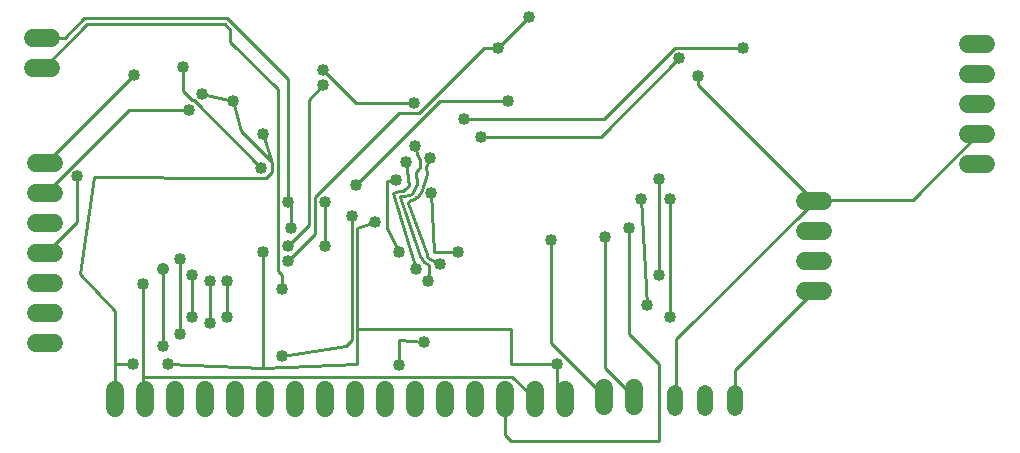
<source format=gbl>
G75*
%MOIN*%
%OFA0B0*%
%FSLAX25Y25*%
%IPPOS*%
%LPD*%
%AMOC8*
5,1,8,0,0,1.08239X$1,22.5*
%
%ADD10C,0.06000*%
%ADD11C,0.05200*%
%ADD12C,0.04159*%
%ADD13C,0.01000*%
%ADD14C,0.04002*%
%ADD15C,0.04000*%
D10*
X0039634Y0017685D02*
X0039634Y0023685D01*
X0049634Y0023685D02*
X0049634Y0017685D01*
X0059634Y0017685D02*
X0059634Y0023685D01*
X0069634Y0023685D02*
X0069634Y0017685D01*
X0079634Y0017685D02*
X0079634Y0023685D01*
X0089634Y0023685D02*
X0089634Y0017685D01*
X0099634Y0017685D02*
X0099634Y0023685D01*
X0109634Y0023685D02*
X0109634Y0017685D01*
X0119634Y0017685D02*
X0119634Y0023685D01*
X0129634Y0023685D02*
X0129634Y0017685D01*
X0139634Y0017685D02*
X0139634Y0023685D01*
X0149634Y0023685D02*
X0149634Y0017685D01*
X0159634Y0017685D02*
X0159634Y0023685D01*
X0169634Y0023685D02*
X0169634Y0017685D01*
X0179634Y0017685D02*
X0179634Y0023685D01*
X0189634Y0023685D02*
X0189634Y0017685D01*
X0202705Y0018394D02*
X0202705Y0024394D01*
X0212705Y0024394D02*
X0212705Y0018394D01*
X0269862Y0056866D02*
X0275862Y0056866D01*
X0275862Y0066866D02*
X0269862Y0066866D01*
X0269862Y0076866D02*
X0275862Y0076866D01*
X0275862Y0086866D02*
X0269862Y0086866D01*
X0324232Y0099110D02*
X0330232Y0099110D01*
X0330232Y0109110D02*
X0324232Y0109110D01*
X0324232Y0119110D02*
X0330232Y0119110D01*
X0330232Y0129110D02*
X0324232Y0129110D01*
X0324232Y0139110D02*
X0330232Y0139110D01*
X0018500Y0141000D02*
X0012500Y0141000D01*
X0012500Y0131000D02*
X0018500Y0131000D01*
X0019484Y0099346D02*
X0013484Y0099346D01*
X0013484Y0089346D02*
X0019484Y0089346D01*
X0019484Y0079346D02*
X0013484Y0079346D01*
X0013484Y0069346D02*
X0019484Y0069346D01*
X0019484Y0059346D02*
X0013484Y0059346D01*
X0013484Y0049346D02*
X0019484Y0049346D01*
X0019484Y0039346D02*
X0013484Y0039346D01*
D11*
X0226484Y0022970D02*
X0226484Y0017770D01*
X0236484Y0017770D02*
X0236484Y0022970D01*
X0246484Y0022970D02*
X0246484Y0017770D01*
D12*
X0055579Y0063992D03*
D13*
X0055579Y0038402D01*
X0057547Y0032496D02*
X0089043Y0031118D01*
X0089043Y0069898D01*
X0089043Y0067929D01*
X0093965Y0063500D02*
X0093965Y0124031D01*
X0078217Y0139780D01*
X0078217Y0143717D01*
X0076248Y0145685D01*
X0030480Y0145685D01*
X0015717Y0130921D01*
X0015500Y0131000D01*
X0015500Y0141000D02*
X0015717Y0141256D01*
X0023098Y0141256D01*
X0029496Y0147654D01*
X0077232Y0147654D01*
X0097409Y0127476D01*
X0097409Y0086630D01*
X0098394Y0085646D01*
X0098394Y0077772D01*
X0104299Y0078756D02*
X0104299Y0120587D01*
X0109220Y0125508D01*
X0109220Y0130429D02*
X0120047Y0119602D01*
X0139240Y0119602D01*
X0141209Y0116157D02*
X0134319Y0116157D01*
X0106268Y0088106D01*
X0106268Y0075803D01*
X0097409Y0066945D01*
X0093965Y0063500D02*
X0095441Y0062024D01*
X0095441Y0057594D01*
X0077232Y0060055D02*
X0077232Y0048244D01*
X0071327Y0046276D02*
X0071327Y0060055D01*
X0065421Y0062024D02*
X0065421Y0048244D01*
X0061484Y0042339D02*
X0061287Y0067339D01*
X0049181Y0059071D02*
X0049181Y0028067D01*
X0172213Y0028067D01*
X0179594Y0020685D01*
X0179634Y0020685D01*
X0186976Y0023146D02*
X0189437Y0020685D01*
X0189634Y0020685D01*
X0186976Y0023146D02*
X0186976Y0032496D01*
X0171720Y0032496D01*
X0171720Y0044307D01*
X0120539Y0044307D01*
X0120539Y0077772D01*
X0126445Y0079740D01*
X0130382Y0077772D02*
X0130382Y0093520D01*
X0133531Y0093717D01*
X0136358Y0090919D02*
X0135678Y0090239D01*
X0134318Y0090239D01*
X0132350Y0089583D01*
X0140224Y0063992D01*
X0142812Y0066636D02*
X0141406Y0068520D01*
X0134676Y0088146D01*
X0134872Y0088439D01*
X0136424Y0088439D01*
X0138626Y0089173D01*
X0139656Y0091187D01*
X0140396Y0092470D01*
X0140199Y0096378D01*
X0140914Y0097443D01*
X0141537Y0098066D01*
X0141537Y0100784D01*
X0140734Y0101587D01*
X0139852Y0105155D01*
X0144818Y0101221D02*
X0143337Y0098202D01*
X0143731Y0095824D01*
X0141946Y0090437D01*
X0140860Y0088265D01*
X0140409Y0088208D01*
X0140105Y0088106D01*
X0139902Y0087701D01*
X0139598Y0087599D01*
X0139371Y0087373D01*
X0137761Y0086836D01*
X0137375Y0086050D01*
X0143660Y0069148D01*
X0143758Y0069089D01*
X0143903Y0068511D01*
X0144161Y0067929D01*
X0148098Y0065961D01*
X0144490Y0065548D02*
X0142812Y0066636D01*
X0144490Y0065548D02*
X0144490Y0062876D01*
X0144161Y0060055D01*
X0146130Y0069898D02*
X0145096Y0089399D01*
X0137862Y0091748D02*
X0136358Y0090919D01*
X0137862Y0091748D02*
X0136878Y0099819D01*
X0120047Y0092043D02*
X0148098Y0120094D01*
X0170736Y0120094D01*
X0155972Y0114189D02*
X0202724Y0114189D01*
X0226346Y0137811D01*
X0248984Y0137811D01*
X0234220Y0128461D02*
X0234220Y0125508D01*
X0272862Y0086866D01*
X0272606Y0086630D01*
X0226839Y0040862D01*
X0226839Y0020685D01*
X0226484Y0020370D01*
X0212705Y0021394D02*
X0212567Y0021669D01*
X0203217Y0031020D01*
X0203217Y0074819D01*
X0211091Y0077772D02*
X0211091Y0042339D01*
X0220933Y0032496D01*
X0220933Y0006906D01*
X0171720Y0006906D01*
X0169752Y0008874D01*
X0169752Y0020567D01*
X0169634Y0020685D01*
X0185008Y0039386D02*
X0202724Y0021669D01*
X0202705Y0021394D01*
X0185008Y0039386D02*
X0185008Y0073835D01*
X0154004Y0069898D02*
X0146130Y0069898D01*
X0134319Y0069898D02*
X0130382Y0077772D01*
X0118571Y0081709D02*
X0118571Y0040370D01*
X0116602Y0038402D01*
X0095343Y0035252D01*
X0089043Y0031118D02*
X0120539Y0032496D01*
X0120539Y0044307D01*
X0134319Y0040370D02*
X0142587Y0039780D01*
X0134319Y0040370D02*
X0134319Y0032069D01*
X0216996Y0052181D02*
X0215028Y0087614D01*
X0224870Y0087614D02*
X0224870Y0048244D01*
X0220933Y0062024D02*
X0220920Y0094235D01*
X0201740Y0108283D02*
X0227823Y0134366D01*
X0177626Y0148146D02*
X0167291Y0137811D01*
X0162862Y0137811D01*
X0141209Y0116157D01*
X0161878Y0108283D02*
X0201740Y0108283D01*
X0272862Y0086866D02*
X0273098Y0087122D01*
X0305579Y0087122D01*
X0327232Y0108776D01*
X0327232Y0109110D01*
X0272862Y0056866D02*
X0246524Y0030528D01*
X0246524Y0020685D01*
X0246484Y0020370D01*
X0109713Y0071866D02*
X0109713Y0086630D01*
X0104299Y0078756D02*
X0097409Y0071866D01*
X0090028Y0094504D02*
X0079693Y0094504D01*
X0032746Y0094963D01*
X0028020Y0062516D01*
X0039831Y0050213D01*
X0039831Y0032496D01*
X0045736Y0032496D01*
X0039831Y0032496D02*
X0039831Y0020685D01*
X0039634Y0020685D01*
X0049181Y0020685D02*
X0049634Y0020685D01*
X0049181Y0020685D02*
X0049181Y0028067D01*
X0016701Y0069406D02*
X0016484Y0069346D01*
X0016701Y0069406D02*
X0027035Y0079740D01*
X0027035Y0094996D01*
X0016701Y0099425D02*
X0016484Y0099346D01*
X0016701Y0099425D02*
X0046228Y0128953D01*
X0062469Y0131413D02*
X0062469Y0123539D01*
X0065421Y0120587D01*
X0065913Y0120587D01*
X0088551Y0097949D01*
X0091996Y0099425D02*
X0091996Y0096472D01*
X0090028Y0094504D01*
X0091996Y0099425D02*
X0089043Y0109268D01*
X0081661Y0110252D02*
X0079201Y0120094D01*
X0068866Y0122555D01*
X0064437Y0117142D02*
X0044260Y0117142D01*
X0016701Y0089583D01*
X0016484Y0089346D01*
X0081661Y0110252D02*
X0091996Y0099917D01*
X0091996Y0099425D01*
D14*
X0089043Y0109268D03*
X0133531Y0093717D03*
X0136878Y0099819D03*
X0144818Y0101221D03*
X0139852Y0105155D03*
X0145096Y0089399D03*
X0126445Y0079740D03*
X0118571Y0081709D03*
X0134319Y0069898D03*
X0140224Y0063992D03*
X0144161Y0060055D03*
X0148098Y0065961D03*
X0154004Y0069898D03*
X0211091Y0077772D03*
X0215028Y0087614D03*
X0224870Y0087614D03*
X0220920Y0094235D03*
X0220933Y0062024D03*
X0216996Y0052181D03*
X0224870Y0048244D03*
X0142587Y0039780D03*
X0134319Y0032069D03*
X0095343Y0035252D03*
X0071327Y0046276D03*
X0065421Y0048244D03*
X0061484Y0042339D03*
X0055579Y0038402D03*
X0057547Y0032496D03*
X0045736Y0032496D03*
X0077232Y0048244D03*
X0077232Y0060055D03*
X0071327Y0060055D03*
X0065421Y0062024D03*
X0061287Y0067339D03*
X0089043Y0069898D03*
D15*
X0097409Y0071866D03*
X0097409Y0066945D03*
X0109713Y0071866D03*
X0098394Y0077772D03*
X0097409Y0086630D03*
X0109713Y0086630D03*
X0120047Y0092043D03*
X0088551Y0097949D03*
X0064437Y0117142D03*
X0068866Y0122555D03*
X0079201Y0120094D03*
X0062469Y0131413D03*
X0046228Y0128953D03*
X0109220Y0130429D03*
X0109220Y0125508D03*
X0139240Y0119602D03*
X0155972Y0114189D03*
X0161878Y0108283D03*
X0170736Y0120094D03*
X0167291Y0137811D03*
X0177626Y0148146D03*
X0227823Y0134366D03*
X0234220Y0128461D03*
X0248984Y0137811D03*
X0203217Y0074819D03*
X0185008Y0073835D03*
X0186976Y0032496D03*
X0095441Y0057594D03*
X0049181Y0059071D03*
X0027035Y0094996D03*
M02*

</source>
